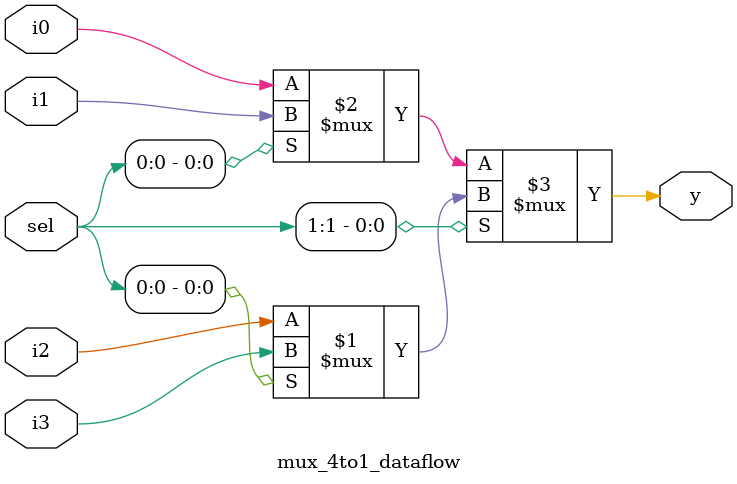
<source format=v>
module mux_4to1_dataflow(input i0,i1,i2,i3,input [1:0]sel,output y);
	assign y=sel[1]?(sel[0]?i3:i2):(sel[0]?i1:i0);//ternary assignment
endmodule

</source>
